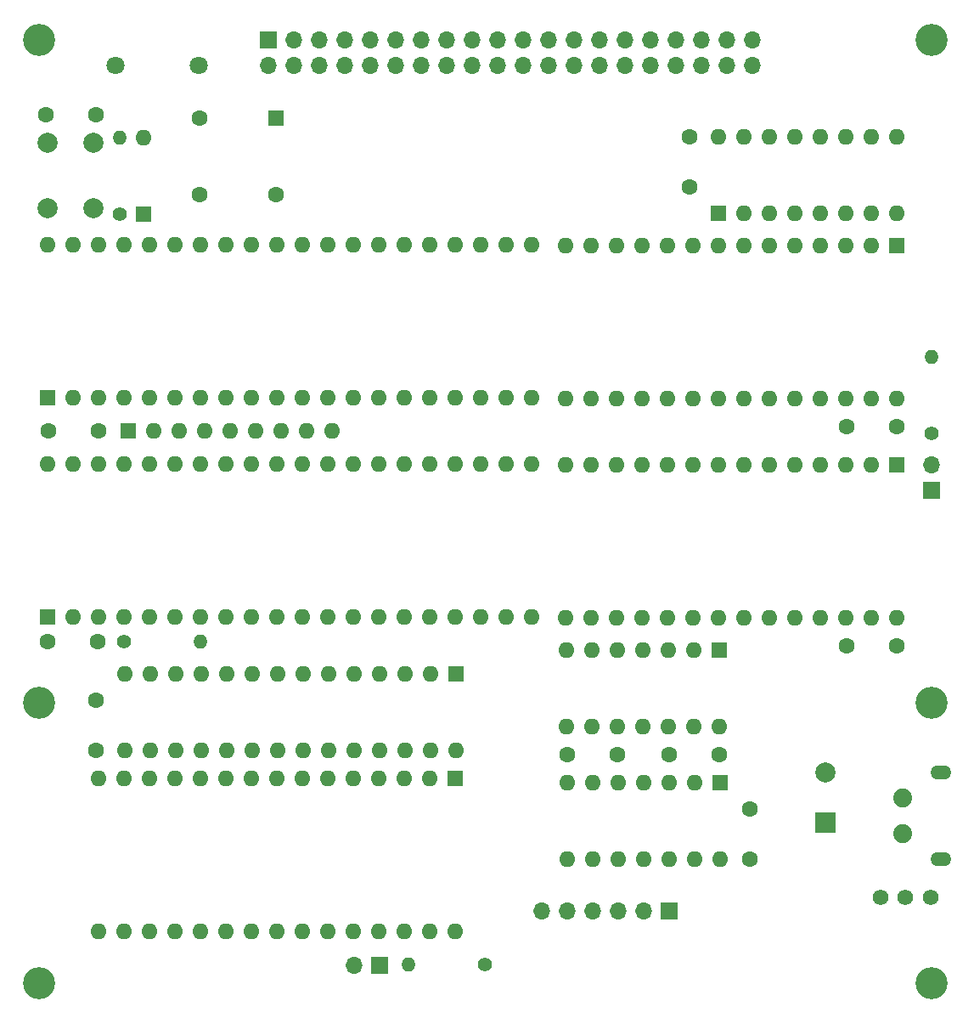
<source format=gbs>
%TF.GenerationSoftware,KiCad,Pcbnew,7.0.10-7.0.10~ubuntu22.04.1*%
%TF.CreationDate,2024-04-10T12:24:55+09:00*%
%TF.ProjectId,sbc6502a1,73626336-3530-4326-9131-2e6b69636164,rev?*%
%TF.SameCoordinates,Original*%
%TF.FileFunction,Soldermask,Bot*%
%TF.FilePolarity,Negative*%
%FSLAX46Y46*%
G04 Gerber Fmt 4.6, Leading zero omitted, Abs format (unit mm)*
G04 Created by KiCad (PCBNEW 7.0.10-7.0.10~ubuntu22.04.1) date 2024-04-10 12:24:55*
%MOMM*%
%LPD*%
G01*
G04 APERTURE LIST*
%ADD10R,1.600000X1.600000*%
%ADD11C,1.600000*%
%ADD12R,1.700000X1.700000*%
%ADD13O,1.700000X1.700000*%
%ADD14C,3.200000*%
%ADD15O,1.600000X1.600000*%
%ADD16C,1.800000*%
%ADD17C,1.562000*%
%ADD18C,1.400000*%
%ADD19O,1.400000X1.400000*%
%ADD20O,2.062000X1.362000*%
%ADD21C,1.882000*%
%ADD22R,2.000000X2.000000*%
%ADD23C,2.000000*%
G04 APERTURE END LIST*
D10*
%TO.C,X1*%
X56591200Y-40792400D03*
D11*
X48971200Y-40792400D03*
X48971200Y-48412400D03*
X56591200Y-48412400D03*
%TD*%
D12*
%TO.C,J1*%
X55880000Y-33020000D03*
D13*
X55880000Y-35560000D03*
X58420000Y-33020000D03*
X58420000Y-35560000D03*
X60960000Y-33020000D03*
X60960000Y-35560000D03*
X63500000Y-33020000D03*
X63500000Y-35560000D03*
X66040000Y-33020000D03*
X66040000Y-35560000D03*
X68580000Y-33020000D03*
X68580000Y-35560000D03*
X71120000Y-33020000D03*
X71120000Y-35560000D03*
X73660000Y-33020000D03*
X73660000Y-35560000D03*
X76200000Y-33020000D03*
X76200000Y-35560000D03*
X78740000Y-33020000D03*
X78740000Y-35560000D03*
X81280000Y-33020000D03*
X81280000Y-35560000D03*
X83820000Y-33020000D03*
X83820000Y-35560000D03*
X86360000Y-33020000D03*
X86360000Y-35560000D03*
X88900000Y-33020000D03*
X88900000Y-35560000D03*
X91440000Y-33020000D03*
X91440000Y-35560000D03*
X93980000Y-33020000D03*
X93980000Y-35560000D03*
X96520000Y-33020000D03*
X96520000Y-35560000D03*
X99060000Y-33020000D03*
X99060000Y-35560000D03*
X101600000Y-33020000D03*
X101600000Y-35560000D03*
X104140000Y-33020000D03*
X104140000Y-35560000D03*
%TD*%
D14*
%TO.C,H6*%
X122000000Y-127000000D03*
%TD*%
D11*
%TO.C,C1*%
X90616400Y-104168800D03*
X85616400Y-104168800D03*
%TD*%
%TO.C,C4*%
X38876600Y-71961600D03*
X33876600Y-71961600D03*
%TD*%
D10*
%TO.C,A1*%
X74502000Y-106541000D03*
D15*
X71962000Y-106541000D03*
X69422000Y-106541000D03*
X66882000Y-106541000D03*
X64342000Y-106541000D03*
X61802000Y-106541000D03*
X59262000Y-106541000D03*
X56722000Y-106541000D03*
X54182000Y-106541000D03*
X51642000Y-106541000D03*
X49102000Y-106541000D03*
X46562000Y-106541000D03*
X44022000Y-106541000D03*
X41482000Y-106541000D03*
X38942000Y-106541000D03*
X38942000Y-121781000D03*
X41482000Y-121781000D03*
X44022000Y-121781000D03*
X46562000Y-121781000D03*
X49102000Y-121781000D03*
X51642000Y-121781000D03*
X54182000Y-121781000D03*
X56722000Y-121781000D03*
X59262000Y-121781000D03*
X61802000Y-121781000D03*
X64342000Y-121781000D03*
X66882000Y-121781000D03*
X69422000Y-121781000D03*
X71962000Y-121781000D03*
X74502000Y-121781000D03*
%TD*%
D10*
%TO.C,U4*%
X100821400Y-93764800D03*
D15*
X98281400Y-93764800D03*
X95741400Y-93764800D03*
X93201400Y-93764800D03*
X90661400Y-93764800D03*
X88121400Y-93764800D03*
X85581400Y-93764800D03*
X85581400Y-101384800D03*
X88121400Y-101384800D03*
X90661400Y-101384800D03*
X93201400Y-101384800D03*
X95741400Y-101384800D03*
X98281400Y-101384800D03*
X100821400Y-101384800D03*
%TD*%
D10*
%TO.C,U2*%
X33811200Y-90452800D03*
D15*
X36351200Y-90452800D03*
X38891200Y-90452800D03*
X41431200Y-90452800D03*
X43971200Y-90452800D03*
X46511200Y-90452800D03*
X49051200Y-90452800D03*
X51591200Y-90452800D03*
X54131200Y-90452800D03*
X56671200Y-90452800D03*
X59211200Y-90452800D03*
X61751200Y-90452800D03*
X64291200Y-90452800D03*
X66831200Y-90452800D03*
X69371200Y-90452800D03*
X71911200Y-90452800D03*
X74451200Y-90452800D03*
X76991200Y-90452800D03*
X79531200Y-90452800D03*
X82071200Y-90452800D03*
X82071200Y-75212800D03*
X79531200Y-75212800D03*
X76991200Y-75212800D03*
X74451200Y-75212800D03*
X71911200Y-75212800D03*
X69371200Y-75212800D03*
X66831200Y-75212800D03*
X64291200Y-75212800D03*
X61751200Y-75212800D03*
X59211200Y-75212800D03*
X56671200Y-75212800D03*
X54131200Y-75212800D03*
X51591200Y-75212800D03*
X49051200Y-75212800D03*
X46511200Y-75212800D03*
X43971200Y-75212800D03*
X41431200Y-75212800D03*
X38891200Y-75212800D03*
X36351200Y-75212800D03*
X33811200Y-75212800D03*
%TD*%
D16*
%TO.C,TP2*%
X48895000Y-35560000D03*
%TD*%
D10*
%TO.C,U5*%
X100714800Y-50270000D03*
D15*
X103254800Y-50270000D03*
X105794800Y-50270000D03*
X108334800Y-50270000D03*
X110874800Y-50270000D03*
X113414800Y-50270000D03*
X115954800Y-50270000D03*
X118494800Y-50270000D03*
X118494800Y-42650000D03*
X115954800Y-42650000D03*
X113414800Y-42650000D03*
X110874800Y-42650000D03*
X108334800Y-42650000D03*
X105794800Y-42650000D03*
X103254800Y-42650000D03*
X100714800Y-42650000D03*
%TD*%
D11*
%TO.C,C2*%
X38637600Y-40442600D03*
X33637600Y-40442600D03*
%TD*%
D10*
%TO.C,D1*%
X43365800Y-50323200D03*
D15*
X43365800Y-42703200D03*
%TD*%
D11*
%TO.C,C7*%
X100832200Y-104178800D03*
X95832200Y-104178800D03*
%TD*%
%TO.C,C11*%
X38684200Y-98784400D03*
X38684200Y-103784400D03*
%TD*%
D12*
%TO.C,JP1*%
X122000000Y-77854400D03*
D13*
X122000000Y-75314400D03*
%TD*%
D14*
%TO.C,H2*%
X122000000Y-33000000D03*
%TD*%
%TO.C,H5*%
X33000000Y-127000000D03*
%TD*%
D10*
%TO.C,U1*%
X33811200Y-68659600D03*
D15*
X36351200Y-68659600D03*
X38891200Y-68659600D03*
X41431200Y-68659600D03*
X43971200Y-68659600D03*
X46511200Y-68659600D03*
X49051200Y-68659600D03*
X51591200Y-68659600D03*
X54131200Y-68659600D03*
X56671200Y-68659600D03*
X59211200Y-68659600D03*
X61751200Y-68659600D03*
X64291200Y-68659600D03*
X66831200Y-68659600D03*
X69371200Y-68659600D03*
X71911200Y-68659600D03*
X74451200Y-68659600D03*
X76991200Y-68659600D03*
X79531200Y-68659600D03*
X82071200Y-68659600D03*
X82071200Y-53419600D03*
X79531200Y-53419600D03*
X76991200Y-53419600D03*
X74451200Y-53419600D03*
X71911200Y-53419600D03*
X69371200Y-53419600D03*
X66831200Y-53419600D03*
X64291200Y-53419600D03*
X61751200Y-53419600D03*
X59211200Y-53419600D03*
X56671200Y-53419600D03*
X54131200Y-53419600D03*
X51591200Y-53419600D03*
X49051200Y-53419600D03*
X46511200Y-53419600D03*
X43971200Y-53419600D03*
X41431200Y-53419600D03*
X38891200Y-53419600D03*
X36351200Y-53419600D03*
X33811200Y-53419600D03*
%TD*%
D16*
%TO.C,TP1*%
X40640000Y-35560000D03*
%TD*%
D14*
%TO.C,H3*%
X33000000Y-99000000D03*
%TD*%
D17*
%TO.C,SW2*%
X116880000Y-118408000D03*
X119380000Y-118408000D03*
X121880000Y-118408000D03*
%TD*%
D14*
%TO.C,H1*%
X33000000Y-33000000D03*
%TD*%
D12*
%TO.C,JP2*%
X66903600Y-125171200D03*
D13*
X64363600Y-125171200D03*
%TD*%
D18*
%TO.C,R1*%
X41003600Y-50323200D03*
D19*
X41003600Y-42703200D03*
%TD*%
D10*
%TO.C,U6*%
X118494800Y-53470400D03*
D15*
X115954800Y-53470400D03*
X113414800Y-53470400D03*
X110874800Y-53470400D03*
X108334800Y-53470400D03*
X105794800Y-53470400D03*
X103254800Y-53470400D03*
X100714800Y-53470400D03*
X98174800Y-53470400D03*
X95634800Y-53470400D03*
X93094800Y-53470400D03*
X90554800Y-53470400D03*
X88014800Y-53470400D03*
X85474800Y-53470400D03*
X85474800Y-68710400D03*
X88014800Y-68710400D03*
X90554800Y-68710400D03*
X93094800Y-68710400D03*
X95634800Y-68710400D03*
X98174800Y-68710400D03*
X100714800Y-68710400D03*
X103254800Y-68710400D03*
X105794800Y-68710400D03*
X108334800Y-68710400D03*
X110874800Y-68710400D03*
X113414800Y-68710400D03*
X115954800Y-68710400D03*
X118494800Y-68710400D03*
%TD*%
D10*
%TO.C,U3*%
X100918000Y-106962800D03*
D15*
X98378000Y-106962800D03*
X95838000Y-106962800D03*
X93298000Y-106962800D03*
X90758000Y-106962800D03*
X88218000Y-106962800D03*
X85678000Y-106962800D03*
X85678000Y-114582800D03*
X88218000Y-114582800D03*
X90758000Y-114582800D03*
X93298000Y-114582800D03*
X95838000Y-114582800D03*
X98378000Y-114582800D03*
X100918000Y-114582800D03*
%TD*%
D11*
%TO.C,C10*%
X118516400Y-93348400D03*
X113516400Y-93348400D03*
%TD*%
D14*
%TO.C,H4*%
X122000000Y-99000000D03*
%TD*%
D18*
%TO.C,R3*%
X41452800Y-92913200D03*
D19*
X49072800Y-92913200D03*
%TD*%
D10*
%TO.C,U8*%
X74527400Y-96167800D03*
D15*
X71987400Y-96167800D03*
X69447400Y-96167800D03*
X66907400Y-96167800D03*
X64367400Y-96167800D03*
X61827400Y-96167800D03*
X59287400Y-96167800D03*
X56747400Y-96167800D03*
X54207400Y-96167800D03*
X51667400Y-96167800D03*
X49127400Y-96167800D03*
X46587400Y-96167800D03*
X44047400Y-96167800D03*
X41507400Y-96167800D03*
X41507400Y-103787800D03*
X44047400Y-103787800D03*
X46587400Y-103787800D03*
X49127400Y-103787800D03*
X51667400Y-103787800D03*
X54207400Y-103787800D03*
X56747400Y-103787800D03*
X59287400Y-103787800D03*
X61827400Y-103787800D03*
X64367400Y-103787800D03*
X66907400Y-103787800D03*
X69447400Y-103787800D03*
X71987400Y-103787800D03*
X74527400Y-103787800D03*
%TD*%
D20*
%TO.C,J2*%
X122885461Y-105980000D03*
X122885461Y-114610000D03*
D21*
X119085461Y-112100000D03*
X119085461Y-108500000D03*
%TD*%
D12*
%TO.C,J3*%
X95840400Y-119805600D03*
D13*
X93300400Y-119805600D03*
X90760400Y-119805600D03*
X88220400Y-119805600D03*
X85680400Y-119805600D03*
X83140400Y-119805600D03*
%TD*%
D22*
%TO.C,C3*%
X111379000Y-110952677D03*
D23*
X111379000Y-105952677D03*
%TD*%
D10*
%TO.C,U7*%
X118517000Y-75280400D03*
D15*
X115977000Y-75280400D03*
X113437000Y-75280400D03*
X110897000Y-75280400D03*
X108357000Y-75280400D03*
X105817000Y-75280400D03*
X103277000Y-75280400D03*
X100737000Y-75280400D03*
X98197000Y-75280400D03*
X95657000Y-75280400D03*
X93117000Y-75280400D03*
X90577000Y-75280400D03*
X88037000Y-75280400D03*
X85497000Y-75280400D03*
X85497000Y-90520400D03*
X88037000Y-90520400D03*
X90577000Y-90520400D03*
X93117000Y-90520400D03*
X95657000Y-90520400D03*
X98197000Y-90520400D03*
X100737000Y-90520400D03*
X103277000Y-90520400D03*
X105817000Y-90520400D03*
X108357000Y-90520400D03*
X110897000Y-90520400D03*
X113437000Y-90520400D03*
X115977000Y-90520400D03*
X118517000Y-90520400D03*
%TD*%
D11*
%TO.C,C9*%
X118505600Y-71529800D03*
X113505600Y-71529800D03*
%TD*%
D18*
%TO.C,R2*%
X122000000Y-72190200D03*
D19*
X122000000Y-64570200D03*
%TD*%
D23*
%TO.C,SW1*%
X33862000Y-49762000D03*
X33862000Y-43262000D03*
X38362000Y-49762000D03*
X38362000Y-43262000D03*
%TD*%
D11*
%TO.C,C5*%
X38851200Y-92891200D03*
X33851200Y-92891200D03*
%TD*%
%TO.C,C6*%
X103839000Y-114582800D03*
X103839000Y-109582800D03*
%TD*%
D18*
%TO.C,R4*%
X77388800Y-125095000D03*
D19*
X69768800Y-125095000D03*
%TD*%
D10*
%TO.C,RN1*%
X41837600Y-71961600D03*
D15*
X44377600Y-71961600D03*
X46917600Y-71961600D03*
X49457600Y-71961600D03*
X51997600Y-71961600D03*
X54537600Y-71961600D03*
X57077600Y-71961600D03*
X59617600Y-71961600D03*
X62157600Y-71961600D03*
%TD*%
D11*
%TO.C,C8*%
X97844600Y-42650000D03*
X97844600Y-47650000D03*
%TD*%
M02*

</source>
